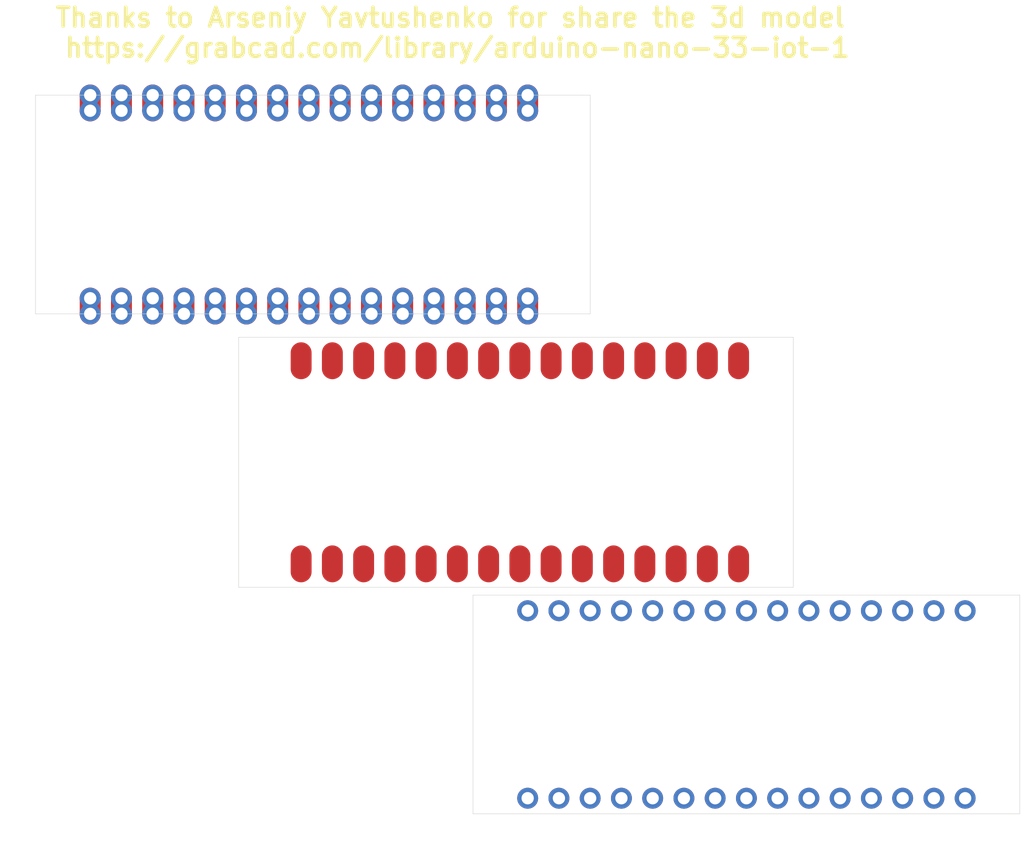
<source format=kicad_pcb>
(kicad_pcb (version 20171130) (host pcbnew 5.1.4-e60b266~84~ubuntu18.04.1)

  (general
    (thickness 1.6002)
    (drawings 14)
    (tracks 0)
    (zones 0)
    (modules 3)
    (nets 29)
  )

  (page USLetter)
  (title_block
    (rev 1)
  )

  (layers
    (0 Front signal)
    (31 Back signal)
    (34 B.Paste user)
    (35 F.Paste user)
    (36 B.SilkS user)
    (37 F.SilkS user)
    (38 B.Mask user)
    (39 F.Mask user)
    (44 Edge.Cuts user)
    (45 Margin user)
    (46 B.CrtYd user)
    (47 F.CrtYd user)
    (49 F.Fab user)
  )

  (setup
    (last_trace_width 0.254)
    (user_trace_width 0.254)
    (user_trace_width 0.508)
    (user_trace_width 0.762)
    (trace_clearance 0.1524)
    (zone_clearance 0.508)
    (zone_45_only no)
    (trace_min 0.1524)
    (via_size 0.6858)
    (via_drill 0.3302)
    (via_min_size 0.508)
    (via_min_drill 0.254)
    (user_via 0.6858 0.3302)
    (user_via 0.889 0.381)
    (uvia_size 0.6858)
    (uvia_drill 0.3302)
    (uvias_allowed no)
    (uvia_min_size 0)
    (uvia_min_drill 0)
    (edge_width 0.0381)
    (segment_width 0.254)
    (pcb_text_width 0.3048)
    (pcb_text_size 1.524 1.524)
    (mod_edge_width 0.127)
    (mod_text_size 0.762 0.762)
    (mod_text_width 0.127)
    (pad_size 1.524 1.524)
    (pad_drill 0.762)
    (pad_to_mask_clearance 0)
    (solder_mask_min_width 0.1016)
    (aux_axis_origin 0 0)
    (visible_elements FFFFFF7F)
    (pcbplotparams
      (layerselection 0x010fc_ffffffff)
      (usegerberextensions false)
      (usegerberattributes false)
      (usegerberadvancedattributes false)
      (creategerberjobfile false)
      (excludeedgelayer true)
      (linewidth 0.152400)
      (plotframeref false)
      (viasonmask false)
      (mode 1)
      (useauxorigin false)
      (hpglpennumber 1)
      (hpglpenspeed 20)
      (hpglpendiameter 15.000000)
      (psnegative false)
      (psa4output false)
      (plotreference true)
      (plotvalue false)
      (plotinvisibletext false)
      (padsonsilk false)
      (subtractmaskfromsilk true)
      (outputformat 1)
      (mirror false)
      (drillshape 0)
      (scaleselection 1)
      (outputdirectory "./gerbers"))
  )

  (net 0 "")
  (net 1 /RESET)
  (net 2 /A5-SCL)
  (net 3 /A4-SDA)
  (net 4 /A3)
  (net 5 /A6)
  (net 6 /A7)
  (net 7 /A2)
  (net 8 /GND)
  (net 9 /A1)
  (net 10 /A0)
  (net 11 /AREF)
  (net 12 /+3V3)
  (net 13 /SCK)
  (net 14 /VIN)
  (net 15 /VUSB)
  (net 16 /TX)
  (net 17 /RX)
  (net 18 /D2)
  (net 19 /D3-)
  (net 20 /D4)
  (net 21 /D5-)
  (net 22 /D6-)
  (net 23 /D7)
  (net 24 /D8)
  (net 25 /D9-)
  (net 26 /D10-)
  (net 27 /MOSI)
  (net 28 /MISO-)

  (net_class Default "This is the default net class."
    (clearance 0.1524)
    (trace_width 0.254)
    (via_dia 0.6858)
    (via_drill 0.3302)
    (uvia_dia 0.6858)
    (uvia_drill 0.3302)
    (diff_pair_width 0.1524)
    (diff_pair_gap 0.254)
    (add_net /+3V3)
    (add_net /A0)
    (add_net /A1)
    (add_net /A2)
    (add_net /A3)
    (add_net /A4-SDA)
    (add_net /A5-SCL)
    (add_net /A6)
    (add_net /A7)
    (add_net /AREF)
    (add_net /D10-)
    (add_net /D2)
    (add_net /D3-)
    (add_net /D4)
    (add_net /D5-)
    (add_net /D6-)
    (add_net /D7)
    (add_net /D8)
    (add_net /D9-)
    (add_net /GND)
    (add_net /MISO-)
    (add_net /MOSI)
    (add_net /RESET)
    (add_net /RX)
    (add_net /SCK)
    (add_net /TX)
    (add_net /VIN)
    (add_net /VUSB)
  )

  (module Arduino:NANO_33_Socket (layer Front) (tedit 5D647F8F) (tstamp 5D64FCF9)
    (at 186.055 121.285)
    (descr "Through hole straight socket strip, 1x15, 2.54mm pitch")
    (tags "Through hole socket strip THT 1x15 2.54mm single row")
    (fp_text reference REF** (at 20.32 -10.16) (layer F.Fab)
      (effects (font (size 1 1) (thickness 0.15)))
    )
    (fp_text value NANO_33_Socket (at 0 12.065) (layer F.Fab)
      (effects (font (size 1 1) (thickness 0.15)))
    )
    (fp_text user %R (at 0 -7.62) (layer F.Fab)
      (effects (font (size 1 1) (thickness 0.15)))
    )
    (fp_line (start -19.05 -8.89) (end 19.05 -8.89) (layer F.Fab) (width 0.1))
    (fp_line (start -19.05 -6.35) (end -19.05 -8.89) (layer F.Fab) (width 0.1))
    (fp_line (start 18.415 -6.35) (end -19.05 -6.35) (layer F.Fab) (width 0.1))
    (fp_line (start 19.05 -6.985) (end 18.415 -6.35) (layer F.Fab) (width 0.1))
    (fp_line (start 19.05 -8.89) (end 19.05 -6.985) (layer F.Fab) (width 0.1))
    (fp_line (start -19.05 8.89) (end -19.05 6.985) (layer F.Fab) (width 0.1))
    (fp_line (start -19.05 6.985) (end -18.415 6.35) (layer F.Fab) (width 0.1))
    (fp_line (start -18.415 6.35) (end 19.05 6.35) (layer F.Fab) (width 0.1))
    (fp_line (start 19.05 6.35) (end 19.05 8.89) (layer F.Fab) (width 0.1))
    (fp_line (start 19.05 8.89) (end -19.05 8.89) (layer F.Fab) (width 0.1))
    (fp_text user %R (at 0 7.62 180) (layer F.Fab)
      (effects (font (size 1 1) (thickness 0.15)))
    )
    (fp_line (start 22 8.89) (end 22 -8.89) (layer F.Fab) (width 0.12))
    (fp_line (start -22 8.89) (end 22 8.89) (layer F.Fab) (width 0.12))
    (fp_line (start -22 8.89) (end -22 -8.89) (layer F.Fab) (width 0.12))
    (fp_line (start -22 -8.89) (end 22 -8.89) (layer F.Fab) (width 0.12))
    (fp_poly (pts (xy -22.86 3.175) (xy -18.415 3.175) (xy -18.415 -3.175) (xy -22.86 -3.175)) (layer F.Fab) (width 0.1))
    (fp_poly (pts (xy -3.175 3.175) (xy 3.175 3.175) (xy 3.175 -3.175) (xy -3.175 -3.175)) (layer F.Fab) (width 0.1))
    (fp_poly (pts (xy 8.89 4.445) (xy 21.59 4.445) (xy 21.59 -4.445) (xy 8.89 -4.445)) (layer F.Fab) (width 0.1))
    (pad 30 thru_hole oval (at -17.78 -7.62 270) (size 1.7 1.7) (drill 1) (layers *.Cu *.Mask))
    (pad 29 thru_hole oval (at -15.24 -7.62 270) (size 1.7 1.7) (drill 1) (layers *.Cu *.Mask))
    (pad 28 thru_hole oval (at -12.7 -7.62 270) (size 1.7 1.7) (drill 1) (layers *.Cu *.Mask))
    (pad 27 thru_hole oval (at -10.16 -7.62 270) (size 1.7 1.7) (drill 1) (layers *.Cu *.Mask))
    (pad 26 thru_hole oval (at -7.62 -7.62 270) (size 1.7 1.7) (drill 1) (layers *.Cu *.Mask))
    (pad 25 thru_hole oval (at -5.08 -7.62 270) (size 1.7 1.7) (drill 1) (layers *.Cu *.Mask))
    (pad 24 thru_hole oval (at -2.54 -7.62 270) (size 1.7 1.7) (drill 1) (layers *.Cu *.Mask))
    (pad 23 thru_hole oval (at 0 -7.62 270) (size 1.7 1.7) (drill 1) (layers *.Cu *.Mask))
    (pad 22 thru_hole oval (at 2.54 -7.62 270) (size 1.7 1.7) (drill 1) (layers *.Cu *.Mask))
    (pad 21 thru_hole oval (at 5.08 -7.62 270) (size 1.7 1.7) (drill 1) (layers *.Cu *.Mask))
    (pad 20 thru_hole oval (at 7.62 -7.62 270) (size 1.7 1.7) (drill 1) (layers *.Cu *.Mask))
    (pad 19 thru_hole oval (at 10.16 -7.62 270) (size 1.7 1.7) (drill 1) (layers *.Cu *.Mask))
    (pad 18 thru_hole oval (at 12.7 -7.62 270) (size 1.7 1.7) (drill 1) (layers *.Cu *.Mask))
    (pad 17 thru_hole oval (at 15.24 -7.62 270) (size 1.7 1.7) (drill 1) (layers *.Cu *.Mask))
    (pad 16 thru_hole circle (at 17.78 -7.62 270) (size 1.7 1.7) (drill 1) (layers *.Cu *.Mask))
    (pad 12 thru_hole oval (at 10.16 7.62 90) (size 1.7 1.7) (drill 1) (layers *.Cu *.Mask))
    (pad 15 thru_hole oval (at 17.78 7.62 90) (size 1.7 1.7) (drill 1) (layers *.Cu *.Mask))
    (pad 1 thru_hole circle (at -17.78 7.62 90) (size 1.7 1.7) (drill 1) (layers *.Cu *.Mask))
    (pad 2 thru_hole oval (at -15.24 7.62 90) (size 1.7 1.7) (drill 1) (layers *.Cu *.Mask))
    (pad 3 thru_hole oval (at -12.7 7.62 90) (size 1.7 1.7) (drill 1) (layers *.Cu *.Mask))
    (pad 4 thru_hole oval (at -10.16 7.62 90) (size 1.7 1.7) (drill 1) (layers *.Cu *.Mask))
    (pad 5 thru_hole oval (at -7.62 7.62 90) (size 1.7 1.7) (drill 1) (layers *.Cu *.Mask))
    (pad 14 thru_hole oval (at 15.24 7.62 90) (size 1.7 1.7) (drill 1) (layers *.Cu *.Mask))
    (pad 6 thru_hole oval (at -5.08 7.62 90) (size 1.7 1.7) (drill 1) (layers *.Cu *.Mask))
    (pad 11 thru_hole oval (at 7.62 7.62 90) (size 1.7 1.7) (drill 1) (layers *.Cu *.Mask))
    (pad 10 thru_hole oval (at 5.08 7.62 90) (size 1.7 1.7) (drill 1) (layers *.Cu *.Mask))
    (pad 7 thru_hole oval (at -2.54 7.62 90) (size 1.7 1.7) (drill 1) (layers *.Cu *.Mask))
    (pad 8 thru_hole oval (at 0 7.62 90) (size 1.7 1.7) (drill 1) (layers *.Cu *.Mask))
    (pad 9 thru_hole oval (at 2.54 7.62 90) (size 1.7 1.7) (drill 1) (layers *.Cu *.Mask))
    (pad 13 thru_hole oval (at 12.7 7.62 90) (size 1.7 1.7) (drill 1) (layers *.Cu *.Mask))
    (model "${KISYS3DMOD}/Arduino.3dshapes/Arduino Nano 33 IoT.stp"
      (offset (xyz 0.5 0 4))
      (scale (xyz 1 1 1))
      (rotate (xyz -90 0 90))
    )
    (model ${KISYS3DMOD}/Connector_PinHeader_2.54mm.3dshapes/PinHeader_1x15_P2.54mm_Vertical.wrl
      (offset (xyz 17.8 -7.6 3))
      (scale (xyz 1 1 1))
      (rotate (xyz 0 180 90))
    )
    (model ${KISYS3DMOD}/Connector_PinHeader_2.54mm.3dshapes/PinHeader_1x15_P2.54mm_Vertical.wrl
      (offset (xyz 17.8 7.6 3))
      (scale (xyz 1 1 1))
      (rotate (xyz 0 180 90))
    )
  )

  (module Arduino:NANO_33_Footprint_SMD_Castell (layer Front) (tedit 5D644E30) (tstamp 5D645453)
    (at 167.64 101.6)
    (descr "Through hole straight socket strip, 1x15, 2.54mm pitch")
    (tags "Through hole socket strip THT 1x15 2.54mm single row")
    (fp_text reference REF** (at 19.05 -11.43) (layer F.Fab)
      (effects (font (size 1 1) (thickness 0.15)))
    )
    (fp_text value NANO_33_Footprint_SMD_Castell (at -19.05 11.43) (layer F.Fab)
      (effects (font (size 1 1) (thickness 0.15)))
    )
    (fp_text user %R (at 0 -7.62) (layer F.Fab)
      (effects (font (size 1 1) (thickness 0.15)))
    )
    (fp_line (start -19.05 -8.89) (end 19.05 -8.89) (layer F.Fab) (width 0.1))
    (fp_line (start -19.05 -6.35) (end -19.05 -8.89) (layer F.Fab) (width 0.1))
    (fp_line (start 18.415 -6.35) (end -19.05 -6.35) (layer F.Fab) (width 0.1))
    (fp_line (start 19.05 -6.985) (end 18.415 -6.35) (layer F.Fab) (width 0.1))
    (fp_line (start 19.05 -8.89) (end 19.05 -6.985) (layer F.Fab) (width 0.1))
    (fp_line (start -19.05 8.89) (end -19.05 6.985) (layer F.Fab) (width 0.1))
    (fp_line (start -19.05 6.985) (end -18.415 6.35) (layer F.Fab) (width 0.1))
    (fp_line (start -18.415 6.35) (end 19.05 6.35) (layer F.Fab) (width 0.1))
    (fp_line (start 19.05 6.35) (end 19.05 8.89) (layer F.Fab) (width 0.1))
    (fp_line (start 19.05 8.89) (end -19.05 8.89) (layer F.Fab) (width 0.1))
    (fp_text user %R (at 0 7.62 180) (layer F.Fab)
      (effects (font (size 1 1) (thickness 0.15)))
    )
    (fp_line (start 22 8.89) (end 22 -8.89) (layer F.Fab) (width 0.12))
    (fp_line (start -22 8.89) (end 22 8.89) (layer F.Fab) (width 0.12))
    (fp_line (start -22 8.89) (end -22 -8.89) (layer F.Fab) (width 0.12))
    (fp_line (start -22 -8.89) (end 22 -8.89) (layer F.Fab) (width 0.12))
    (fp_poly (pts (xy -22.86 3.175) (xy -18.415 3.175) (xy -18.415 -3.175) (xy -22.86 -3.175)) (layer F.Fab) (width 0.1))
    (fp_poly (pts (xy -3.175 3.175) (xy 3.175 3.175) (xy 3.175 -3.175) (xy -3.175 -3.175)) (layer F.Fab) (width 0.1))
    (fp_poly (pts (xy 8.89 4.445) (xy 21.59 4.445) (xy 21.59 -4.445) (xy 8.89 -4.445)) (layer F.Fab) (width 0.1))
    (pad 16 smd oval (at 17.78 -8.255 270) (size 3 1.7) (layers Front F.Mask))
    (pad 17 smd oval (at 15.24 -8.255 270) (size 3 1.7) (layers Front F.Mask))
    (pad 18 smd oval (at 12.7 -8.255 270) (size 3 1.7) (layers Front F.Mask))
    (pad 19 smd oval (at 10.16 -8.255 270) (size 3 1.7) (layers Front F.Mask))
    (pad 20 smd oval (at 7.62 -8.255 270) (size 3 1.7) (layers Front F.Mask))
    (pad 21 smd oval (at 5.08 -8.255 270) (size 3 1.7) (layers Front F.Mask))
    (pad 22 smd oval (at 2.54 -8.255 270) (size 3 1.7) (layers Front F.Mask))
    (pad 23 smd oval (at 0 -8.255 270) (size 3 1.7) (layers Front F.Mask))
    (pad 24 smd oval (at -2.54 -8.255 270) (size 3 1.7) (layers Front F.Mask))
    (pad 25 smd oval (at -5.08 -8.255 270) (size 3 1.7) (layers Front F.Mask))
    (pad 26 smd oval (at -7.62 -8.255 270) (size 3 1.7) (layers Front F.Mask))
    (pad 27 smd oval (at -10.16 -8.255 270) (size 3 1.7) (layers Front F.Mask))
    (pad 28 smd oval (at -12.7 -8.255 270) (size 3 1.7) (layers Front F.Mask))
    (pad 29 smd oval (at -15.24 -8.255 270) (size 3 1.7) (layers Front F.Mask))
    (pad 30 smd oval (at -17.78 -8.255 270) (size 3 1.7) (layers Front F.Mask))
    (pad 2 smd oval (at -15.24 8.255 90) (size 3 1.7) (layers Front F.Mask))
    (pad 15 smd oval (at 17.78 8.255 90) (size 3 1.7) (layers Front F.Mask))
    (pad 8 smd oval (at 0 8.255 90) (size 3 1.7) (layers Front F.Mask))
    (pad 6 smd oval (at -5.08 8.255 90) (size 3 1.7) (layers Front F.Mask))
    (pad 7 smd oval (at -2.54 8.255 90) (size 3 1.7) (layers Front F.Mask))
    (pad 9 smd oval (at 2.54 8.255 90) (size 3 1.7) (layers Front F.Mask))
    (pad 10 smd oval (at 5.08 8.255 90) (size 3 1.7) (layers Front F.Mask))
    (pad 4 smd oval (at -10.16 8.255 90) (size 3 1.7) (layers Front F.Mask))
    (pad 14 smd oval (at 15.24 8.255 90) (size 3 1.7) (layers Front F.Mask))
    (pad 1 smd oval (at -17.78 8.255 90) (size 3 1.7) (layers Front F.Mask))
    (pad 12 smd oval (at 10.16 8.255 90) (size 3 1.7) (layers Front F.Mask))
    (pad 13 smd oval (at 12.7 8.255 90) (size 3 1.7) (layers Front F.Mask))
    (pad 5 smd oval (at -7.62 8.255 90) (size 3 1.7) (layers Front F.Mask))
    (pad 3 smd oval (at -12.7 8.255 90) (size 3 1.7) (layers Front F.Mask))
    (pad 11 smd oval (at 7.62 8.255 90) (size 3 1.7) (layers Front F.Mask))
    (model "${KISYS3DMOD}/Arduino.3dshapes/Arduino Nano 33 IoT.stp"
      (offset (xyz 0.5 0 0))
      (scale (xyz 1 1 1))
      (rotate (xyz -90 0 90))
    )
  )

  (module Arduino:NANO_33_Socket_Castell (layer Front) (tedit 5D644DC5) (tstamp 5D64C2D6)
    (at 150.495 80.645)
    (descr "Through hole straight socket strip, 1x15, 2.54mm pitch")
    (tags "Through hole socket strip THT 1x15 2.54mm single row")
    (path /5D64506B)
    (fp_text reference J1 (at -24.13 -9.525) (layer F.Fab)
      (effects (font (size 1 1) (thickness 0.15)))
    )
    (fp_text value Arduino-NANO-33 (at -13.97 11.43) (layer F.Fab)
      (effects (font (size 1 1) (thickness 0.15)))
    )
    (fp_poly (pts (xy 8.89 4.445) (xy 21.59 4.445) (xy 21.59 -4.445) (xy 8.89 -4.445)) (layer F.Fab) (width 0.1))
    (fp_poly (pts (xy -3.175 3.175) (xy 3.175 3.175) (xy 3.175 -3.175) (xy -3.175 -3.175)) (layer F.Fab) (width 0.1))
    (fp_poly (pts (xy -22.86 3.175) (xy -18.415 3.175) (xy -18.415 -3.175) (xy -22.86 -3.175)) (layer F.Fab) (width 0.1))
    (fp_line (start -22 -8.89) (end 22 -8.89) (layer F.Fab) (width 0.12))
    (fp_line (start -22 8.89) (end -22 -8.89) (layer F.Fab) (width 0.12))
    (fp_line (start -22 8.89) (end 22 8.89) (layer F.Fab) (width 0.12))
    (fp_line (start 22 8.89) (end 22 -8.89) (layer F.Fab) (width 0.12))
    (fp_text user %R (at 0 7.62 180) (layer F.Fab)
      (effects (font (size 1 1) (thickness 0.15)))
    )
    (fp_line (start 19.05 8.89) (end -19.05 8.89) (layer F.Fab) (width 0.1))
    (fp_line (start 19.05 6.35) (end 19.05 8.89) (layer F.Fab) (width 0.1))
    (fp_line (start -18.415 6.35) (end 19.05 6.35) (layer F.Fab) (width 0.1))
    (fp_line (start -19.05 6.985) (end -18.415 6.35) (layer F.Fab) (width 0.1))
    (fp_line (start -19.05 8.89) (end -19.05 6.985) (layer F.Fab) (width 0.1))
    (fp_line (start 19.05 -8.89) (end 19.05 -6.985) (layer F.Fab) (width 0.1))
    (fp_line (start 19.05 -6.985) (end 18.415 -6.35) (layer F.Fab) (width 0.1))
    (fp_line (start 18.415 -6.35) (end -19.05 -6.35) (layer F.Fab) (width 0.1))
    (fp_line (start -19.05 -6.35) (end -19.05 -8.89) (layer F.Fab) (width 0.1))
    (fp_line (start -19.05 -8.89) (end 19.05 -8.89) (layer F.Fab) (width 0.1))
    (fp_text user %R (at 0 -7.62) (layer F.Fab)
      (effects (font (size 1 1) (thickness 0.15)))
    )
    (pad "" smd oval (at 7.62 8.255 90) (size 3 1.7) (layers Front F.Mask))
    (pad "" thru_hole circle (at 10.16 8.89 90) (size 1.7 1.7) (drill 1) (layers *.Cu *.Mask))
    (pad "" smd oval (at -12.7 8.255 90) (size 3 1.7) (layers Front F.Mask))
    (pad "" smd oval (at -7.62 8.255 90) (size 3 1.7) (layers Front F.Mask))
    (pad "" smd oval (at 12.7 8.255 90) (size 3 1.7) (layers Front F.Mask))
    (pad "" smd oval (at 10.16 8.255 90) (size 3 1.7) (layers Front F.Mask))
    (pad "" thru_hole circle (at -2.54 8.89 90) (size 1.7 1.7) (drill 1) (layers *.Cu *.Mask))
    (pad 13 thru_hole oval (at 12.7 7.62 90) (size 1.7 1.7) (drill 1) (layers *.Cu *.Mask)
      (net 1 /RESET))
    (pad "" thru_hole circle (at -17.78 8.89 90) (size 1.7 1.7) (drill 1) (layers *.Cu *.Mask))
    (pad 9 thru_hole oval (at 2.54 7.62 90) (size 1.7 1.7) (drill 1) (layers *.Cu *.Mask)
      (net 2 /A5-SCL))
    (pad 8 thru_hole oval (at 0 7.62 90) (size 1.7 1.7) (drill 1) (layers *.Cu *.Mask)
      (net 3 /A4-SDA))
    (pad "" thru_hole circle (at -10.16 8.89 90) (size 1.7 1.7) (drill 1) (layers *.Cu *.Mask))
    (pad "" thru_hole circle (at 0 8.89 90) (size 1.7 1.7) (drill 1) (layers *.Cu *.Mask))
    (pad "" thru_hole circle (at 2.54 8.89 90) (size 1.7 1.7) (drill 1) (layers *.Cu *.Mask))
    (pad "" smd oval (at -17.78 8.255 90) (size 3 1.7) (layers Front F.Mask))
    (pad "" smd oval (at 15.24 8.255 90) (size 3 1.7) (layers Front F.Mask))
    (pad "" thru_hole circle (at -5.08 8.89 90) (size 1.7 1.7) (drill 1) (layers *.Cu *.Mask))
    (pad "" thru_hole circle (at 5.08 8.89 90) (size 1.7 1.7) (drill 1) (layers *.Cu *.Mask))
    (pad 7 thru_hole oval (at -2.54 7.62 90) (size 1.7 1.7) (drill 1) (layers *.Cu *.Mask)
      (net 4 /A3))
    (pad "" smd oval (at -10.16 8.255 90) (size 3 1.7) (layers Front F.Mask))
    (pad 10 thru_hole oval (at 5.08 7.62 90) (size 1.7 1.7) (drill 1) (layers *.Cu *.Mask)
      (net 5 /A6))
    (pad 11 thru_hole oval (at 7.62 7.62 90) (size 1.7 1.7) (drill 1) (layers *.Cu *.Mask)
      (net 6 /A7))
    (pad "" smd oval (at 5.08 8.255 90) (size 3 1.7) (layers Front F.Mask))
    (pad "" smd oval (at 2.54 8.255 90) (size 3 1.7) (layers Front F.Mask))
    (pad "" thru_hole circle (at 7.62 8.89 90) (size 1.7 1.7) (drill 1) (layers *.Cu *.Mask))
    (pad 6 thru_hole oval (at -5.08 7.62 90) (size 1.7 1.7) (drill 1) (layers *.Cu *.Mask)
      (net 7 /A2))
    (pad 14 thru_hole oval (at 15.24 7.62 90) (size 1.7 1.7) (drill 1) (layers *.Cu *.Mask)
      (net 8 /GND))
    (pad 5 thru_hole oval (at -7.62 7.62 90) (size 1.7 1.7) (drill 1) (layers *.Cu *.Mask)
      (net 9 /A1))
    (pad 4 thru_hole oval (at -10.16 7.62 90) (size 1.7 1.7) (drill 1) (layers *.Cu *.Mask)
      (net 10 /A0))
    (pad 3 thru_hole oval (at -12.7 7.62 90) (size 1.7 1.7) (drill 1) (layers *.Cu *.Mask)
      (net 11 /AREF))
    (pad 2 thru_hole oval (at -15.24 7.62 90) (size 1.7 1.7) (drill 1) (layers *.Cu *.Mask)
      (net 12 /+3V3))
    (pad 1 thru_hole circle (at -17.78 7.62 90) (size 1.7 1.7) (drill 1) (layers *.Cu *.Mask)
      (net 13 /SCK))
    (pad "" smd oval (at -2.54 8.255 90) (size 3 1.7) (layers Front F.Mask))
    (pad 15 thru_hole oval (at 17.78 7.62 90) (size 1.7 1.7) (drill 1) (layers *.Cu *.Mask)
      (net 14 /VIN))
    (pad "" smd oval (at -5.08 8.255 90) (size 3 1.7) (layers Front F.Mask))
    (pad 12 thru_hole oval (at 10.16 7.62 90) (size 1.7 1.7) (drill 1) (layers *.Cu *.Mask)
      (net 15 /VUSB))
    (pad "" thru_hole circle (at 15.24 8.89 90) (size 1.7 1.7) (drill 1) (layers *.Cu *.Mask))
    (pad "" thru_hole circle (at -7.62 8.89 90) (size 1.7 1.7) (drill 1) (layers *.Cu *.Mask))
    (pad "" thru_hole circle (at 17.78 8.89 90) (size 1.7 1.7) (drill 1) (layers *.Cu *.Mask))
    (pad "" smd oval (at 0 8.255 90) (size 3 1.7) (layers Front F.Mask))
    (pad "" smd oval (at 17.78 8.255 90) (size 3 1.7) (layers Front F.Mask))
    (pad "" smd oval (at -15.24 8.255 90) (size 3 1.7) (layers Front F.Mask))
    (pad "" thru_hole circle (at -15.24 8.89 90) (size 1.7 1.7) (drill 1) (layers *.Cu *.Mask))
    (pad "" thru_hole circle (at 12.7 8.89 90) (size 1.7 1.7) (drill 1) (layers *.Cu *.Mask))
    (pad "" thru_hole circle (at -12.7 8.89 90) (size 1.7 1.7) (drill 1) (layers *.Cu *.Mask))
    (pad "" smd oval (at -17.78 -8.255 270) (size 3 1.7) (layers Front F.Mask))
    (pad "" smd oval (at -15.24 -8.255 270) (size 3 1.7) (layers Front F.Mask))
    (pad "" smd oval (at -12.7 -8.255 270) (size 3 1.7) (layers Front F.Mask))
    (pad "" smd oval (at -10.16 -8.255 270) (size 3 1.7) (layers Front F.Mask))
    (pad "" smd oval (at -7.62 -8.255 270) (size 3 1.7) (layers Front F.Mask))
    (pad "" smd oval (at -5.08 -8.255 270) (size 3 1.7) (layers Front F.Mask))
    (pad "" smd oval (at -2.54 -8.255 270) (size 3 1.7) (layers Front F.Mask))
    (pad "" smd oval (at 0 -8.255 270) (size 3 1.7) (layers Front F.Mask))
    (pad "" smd oval (at 2.54 -8.255 270) (size 3 1.7) (layers Front F.Mask))
    (pad "" smd oval (at 5.08 -8.255 270) (size 3 1.7) (layers Front F.Mask))
    (pad "" smd oval (at 7.62 -8.255 270) (size 3 1.7) (layers Front F.Mask))
    (pad "" smd oval (at 10.16 -8.255 270) (size 3 1.7) (layers Front F.Mask))
    (pad "" smd oval (at 12.7 -8.255 270) (size 3 1.7) (layers Front F.Mask))
    (pad "" smd oval (at 15.24 -8.255 270) (size 3 1.7) (layers Front F.Mask))
    (pad "" thru_hole circle (at -15.24 -8.89 270) (size 1.7 1.7) (drill 1) (layers *.Cu *.Mask))
    (pad "" thru_hole circle (at -17.78 -8.89 270) (size 1.7 1.7) (drill 1) (layers *.Cu *.Mask))
    (pad "" thru_hole circle (at -12.7 -8.89 270) (size 1.7 1.7) (drill 1) (layers *.Cu *.Mask))
    (pad "" thru_hole circle (at -5.08 -8.89 270) (size 1.7 1.7) (drill 1) (layers *.Cu *.Mask))
    (pad "" thru_hole circle (at -10.16 -8.89 270) (size 1.7 1.7) (drill 1) (layers *.Cu *.Mask))
    (pad "" thru_hole circle (at -7.62 -8.89 270) (size 1.7 1.7) (drill 1) (layers *.Cu *.Mask))
    (pad "" thru_hole circle (at 0 -8.89 270) (size 1.7 1.7) (drill 1) (layers *.Cu *.Mask))
    (pad "" thru_hole circle (at -2.54 -8.89 270) (size 1.7 1.7) (drill 1) (layers *.Cu *.Mask))
    (pad "" thru_hole circle (at 2.54 -8.89 270) (size 1.7 1.7) (drill 1) (layers *.Cu *.Mask))
    (pad "" thru_hole circle (at 7.62 -8.89 270) (size 1.7 1.7) (drill 1) (layers *.Cu *.Mask))
    (pad "" thru_hole circle (at 5.08 -8.89 270) (size 1.7 1.7) (drill 1) (layers *.Cu *.Mask))
    (pad "" thru_hole circle (at 10.16 -8.89 270) (size 1.7 1.7) (drill 1) (layers *.Cu *.Mask))
    (pad "" thru_hole circle (at 12.7 -8.89 270) (size 1.7 1.7) (drill 1) (layers *.Cu *.Mask))
    (pad "" thru_hole circle (at 15.24 -8.89 270) (size 1.7 1.7) (drill 1) (layers *.Cu *.Mask))
    (pad "" smd oval (at 17.78 -8.255 270) (size 3 1.7) (layers Front F.Mask))
    (pad "" thru_hole circle (at 17.78 -8.89 270) (size 1.7 1.7) (drill 1) (layers *.Cu *.Mask))
    (pad 16 thru_hole circle (at 17.78 -7.62 270) (size 1.7 1.7) (drill 1) (layers *.Cu *.Mask)
      (net 16 /TX))
    (pad 17 thru_hole oval (at 15.24 -7.62 270) (size 1.7 1.7) (drill 1) (layers *.Cu *.Mask)
      (net 17 /RX))
    (pad 18 thru_hole oval (at 12.7 -7.62 270) (size 1.7 1.7) (drill 1) (layers *.Cu *.Mask)
      (net 1 /RESET))
    (pad 19 thru_hole oval (at 10.16 -7.62 270) (size 1.7 1.7) (drill 1) (layers *.Cu *.Mask)
      (net 8 /GND))
    (pad 20 thru_hole oval (at 7.62 -7.62 270) (size 1.7 1.7) (drill 1) (layers *.Cu *.Mask)
      (net 18 /D2))
    (pad 21 thru_hole oval (at 5.08 -7.62 270) (size 1.7 1.7) (drill 1) (layers *.Cu *.Mask)
      (net 19 /D3-))
    (pad 22 thru_hole oval (at 2.54 -7.62 270) (size 1.7 1.7) (drill 1) (layers *.Cu *.Mask)
      (net 20 /D4))
    (pad 23 thru_hole oval (at 0 -7.62 270) (size 1.7 1.7) (drill 1) (layers *.Cu *.Mask)
      (net 21 /D5-))
    (pad 24 thru_hole oval (at -2.54 -7.62 270) (size 1.7 1.7) (drill 1) (layers *.Cu *.Mask)
      (net 22 /D6-))
    (pad 25 thru_hole oval (at -5.08 -7.62 270) (size 1.7 1.7) (drill 1) (layers *.Cu *.Mask)
      (net 23 /D7))
    (pad 26 thru_hole oval (at -7.62 -7.62 270) (size 1.7 1.7) (drill 1) (layers *.Cu *.Mask)
      (net 24 /D8))
    (pad 27 thru_hole oval (at -10.16 -7.62 270) (size 1.7 1.7) (drill 1) (layers *.Cu *.Mask)
      (net 25 /D9-))
    (pad 28 thru_hole oval (at -12.7 -7.62 270) (size 1.7 1.7) (drill 1) (layers *.Cu *.Mask)
      (net 26 /D10-))
    (pad 29 thru_hole oval (at -15.24 -7.62 270) (size 1.7 1.7) (drill 1) (layers *.Cu *.Mask)
      (net 27 /MOSI))
    (pad 30 thru_hole oval (at -17.78 -7.62 270) (size 1.7 1.7) (drill 1) (layers *.Cu *.Mask)
      (net 28 /MISO-))
    (model "${KISYS3DMOD}/Arduino.3dshapes/Arduino Nano 33 IoT.stp"
      (offset (xyz 0.5 0 4))
      (scale (xyz 1 1 1))
      (rotate (xyz -90 0 90))
    )
    (model ${KISYS3DMOD}/Connector_PinHeader_2.54mm.3dshapes/PinHeader_1x15_P2.54mm_Vertical.wrl
      (offset (xyz 17.8 -7.6 3))
      (scale (xyz 1 1 1))
      (rotate (xyz 0 180 90))
    )
    (model ${KISYS3DMOD}/Connector_PinHeader_2.54mm.3dshapes/PinHeader_1x15_P2.54mm_Vertical.wrl
      (offset (xyz 17.8 7.6 3))
      (scale (xyz 1 1 1))
      (rotate (xyz 0 180 90))
    )
  )

  (gr_line (start 208.28 130.175) (end 208.28 112.395) (layer Edge.Cuts) (width 0.0381) (tstamp 5D650018))
  (gr_line (start 163.83 130.175) (end 208.28 130.175) (layer Edge.Cuts) (width 0.0381))
  (gr_line (start 163.83 112.395) (end 163.83 130.175) (layer Edge.Cuts) (width 0.0381))
  (gr_line (start 208.28 112.395) (end 163.83 112.395) (layer Edge.Cuts) (width 0.0381))
  (gr_line (start 189.865 111.76) (end 189.865 91.44) (layer Edge.Cuts) (width 0.0381) (tstamp 5D646295))
  (gr_line (start 144.78 111.76) (end 189.865 111.76) (layer Edge.Cuts) (width 0.0381))
  (gr_line (start 144.78 91.44) (end 144.78 111.76) (layer Edge.Cuts) (width 0.0381))
  (gr_line (start 189.865 91.44) (end 144.78 91.44) (layer Edge.Cuts) (width 0.0381))
  (gr_line (start 173.355 71.755) (end 173.355 89.535) (layer Edge.Cuts) (width 0.0381) (tstamp 5D646294))
  (gr_line (start 172.72 71.755) (end 173.355 71.755) (layer Edge.Cuts) (width 0.0381))
  (gr_line (start 128.27 71.755) (end 172.72 71.755) (layer Edge.Cuts) (width 0.0381))
  (gr_line (start 128.27 89.535) (end 128.27 71.755) (layer Edge.Cuts) (width 0.0381))
  (gr_line (start 173.355 89.535) (end 128.27 89.535) (layer Edge.Cuts) (width 0.0381))
  (gr_text "Thanks to Arseniy Yavtushenko for share the 3d model \nhttps://grabcad.com/library/arduino-nano-33-iot-1" (at 162.56 66.675) (layer F.SilkS)
    (effects (font (size 1.524 1.524) (thickness 0.3048)))
  )

)

</source>
